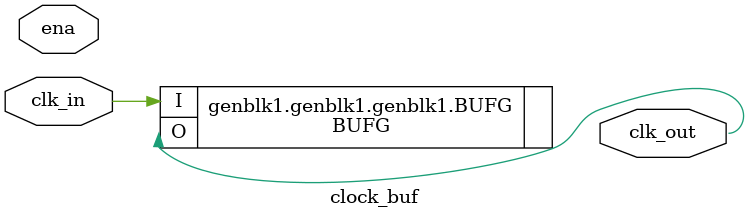
<source format=v>


module clock_buf #(

  parameter   CLOCK_BUFFER = "GLOBAL"

) (

  input             ena,
  input             clk_in,
  output            clk_out

);

  /* Three output buffer options:
   * IO_ONLY: instantiates a BUFIO
   * REGIONAL: instantiates a BUFR
   * GLOBAL: instantiates a BUFG
   */

  generate
  if (CLOCK_BUFFER == "NONE") begin

    assign clk_out = clk_in;

  end else if (CLOCK_BUFFER == "IO_ONLY") begin

    BUFIO #()
    BUFIO (
      .I (clk_in),
      .O (clk_out)
    );

  end else if (CLOCK_BUFFER == "REGIONAL") begin

    BUFR #(
      .BUFR_DIVIDE ("1"),
      .SIM_DEVICE ("7SERIES")
    ) BUFR (
      .I (clk_in),
      .CE (ena),
      .CLR (1'b0),
      .O (clk_out)
    );

  end else begin

    BUFG #()
    BUFG (
      .I (clk_in),
      .O (clk_out)
    );

  end
  endgenerate

endmodule

</source>
